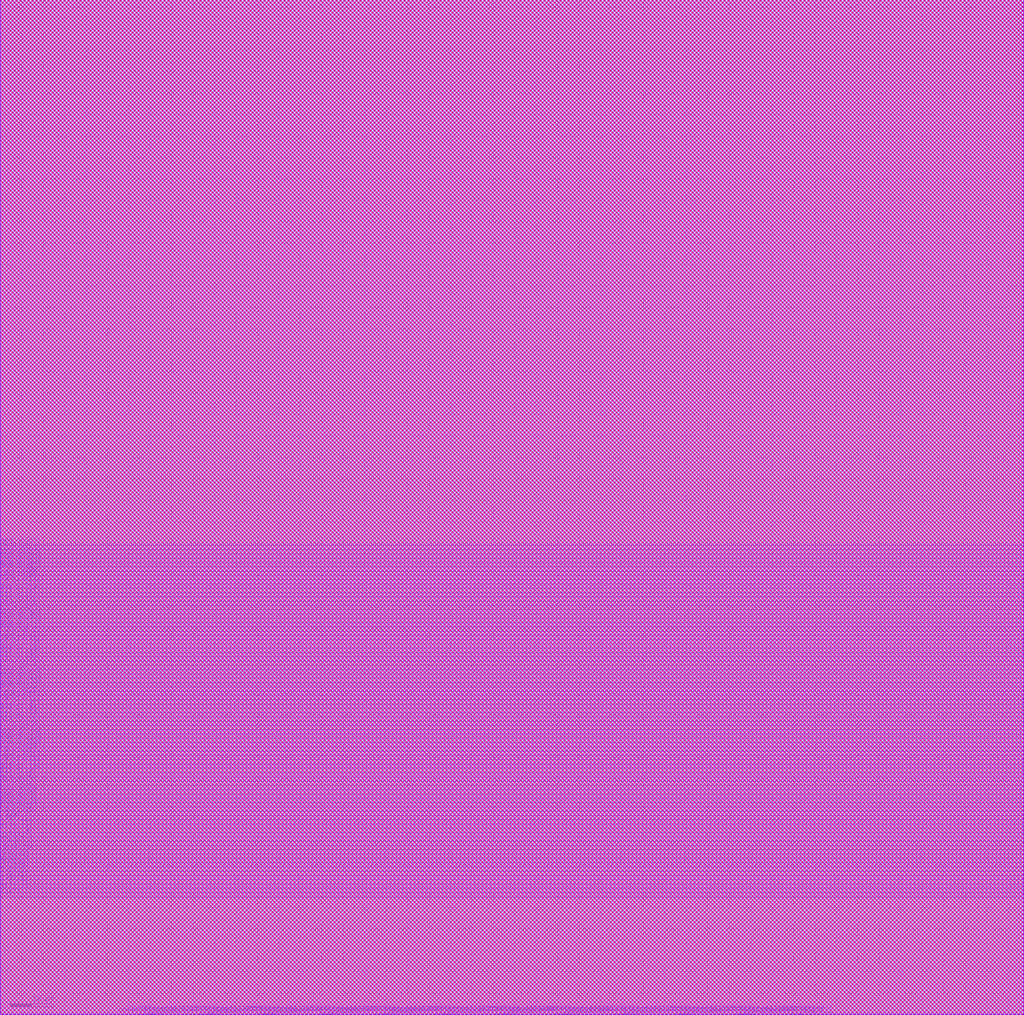
<source format=lef>
##
## LEF for PtnCells ;
## created by Innovus v15.23-s045_1 on Tue Mar  4 01:00:29 2025
##

VERSION 5.8 ;

BUSBITCHARS "[]" ;
DIVIDERCHAR "/" ;

MACRO fullchip
  CLASS BLOCK ;
  SIZE 477.4000 BY 473.6000 ;
  FOREIGN fullchip 0.0000 0.0000 ;
  ORIGIN 0 0 ;
  SYMMETRY X Y R90 ;
  PIN clk
    DIRECTION INPUT ;
    USE SIGNAL ;
    PORT
      LAYER M3 ;
        RECT 0.0000 54.9500 0.6000 55.0500 ;
    END
  END clk
  PIN mem_in[63]
    DIRECTION INPUT ;
    USE SIGNAL ;
    PORT
      LAYER M3 ;
        RECT 0.0000 218.9500 0.6000 219.0500 ;
    END
  END mem_in[63]
  PIN mem_in[62]
    DIRECTION INPUT ;
    USE SIGNAL ;
    PORT
      LAYER M3 ;
        RECT 0.0000 216.9500 0.6000 217.0500 ;
    END
  END mem_in[62]
  PIN mem_in[61]
    DIRECTION INPUT ;
    USE SIGNAL ;
    PORT
      LAYER M3 ;
        RECT 0.0000 214.9500 0.6000 215.0500 ;
    END
  END mem_in[61]
  PIN mem_in[60]
    DIRECTION INPUT ;
    USE SIGNAL ;
    PORT
      LAYER M3 ;
        RECT 0.0000 212.9500 0.6000 213.0500 ;
    END
  END mem_in[60]
  PIN mem_in[59]
    DIRECTION INPUT ;
    USE SIGNAL ;
    PORT
      LAYER M3 ;
        RECT 0.0000 210.9500 0.6000 211.0500 ;
    END
  END mem_in[59]
  PIN mem_in[58]
    DIRECTION INPUT ;
    USE SIGNAL ;
    PORT
      LAYER M3 ;
        RECT 0.0000 208.9500 0.6000 209.0500 ;
    END
  END mem_in[58]
  PIN mem_in[57]
    DIRECTION INPUT ;
    USE SIGNAL ;
    PORT
      LAYER M3 ;
        RECT 0.0000 206.9500 0.6000 207.0500 ;
    END
  END mem_in[57]
  PIN mem_in[56]
    DIRECTION INPUT ;
    USE SIGNAL ;
    PORT
      LAYER M3 ;
        RECT 0.0000 204.9500 0.6000 205.0500 ;
    END
  END mem_in[56]
  PIN mem_in[55]
    DIRECTION INPUT ;
    USE SIGNAL ;
    PORT
      LAYER M3 ;
        RECT 0.0000 202.9500 0.6000 203.0500 ;
    END
  END mem_in[55]
  PIN mem_in[54]
    DIRECTION INPUT ;
    USE SIGNAL ;
    PORT
      LAYER M3 ;
        RECT 0.0000 200.9500 0.6000 201.0500 ;
    END
  END mem_in[54]
  PIN mem_in[53]
    DIRECTION INPUT ;
    USE SIGNAL ;
    PORT
      LAYER M3 ;
        RECT 0.0000 198.9500 0.6000 199.0500 ;
    END
  END mem_in[53]
  PIN mem_in[52]
    DIRECTION INPUT ;
    USE SIGNAL ;
    PORT
      LAYER M3 ;
        RECT 0.0000 196.9500 0.6000 197.0500 ;
    END
  END mem_in[52]
  PIN mem_in[51]
    DIRECTION INPUT ;
    USE SIGNAL ;
    PORT
      LAYER M3 ;
        RECT 0.0000 194.9500 0.6000 195.0500 ;
    END
  END mem_in[51]
  PIN mem_in[50]
    DIRECTION INPUT ;
    USE SIGNAL ;
    PORT
      LAYER M3 ;
        RECT 0.0000 192.9500 0.6000 193.0500 ;
    END
  END mem_in[50]
  PIN mem_in[49]
    DIRECTION INPUT ;
    USE SIGNAL ;
    PORT
      LAYER M3 ;
        RECT 0.0000 190.9500 0.6000 191.0500 ;
    END
  END mem_in[49]
  PIN mem_in[48]
    DIRECTION INPUT ;
    USE SIGNAL ;
    PORT
      LAYER M3 ;
        RECT 0.0000 188.9500 0.6000 189.0500 ;
    END
  END mem_in[48]
  PIN mem_in[47]
    DIRECTION INPUT ;
    USE SIGNAL ;
    PORT
      LAYER M3 ;
        RECT 0.0000 186.9500 0.6000 187.0500 ;
    END
  END mem_in[47]
  PIN mem_in[46]
    DIRECTION INPUT ;
    USE SIGNAL ;
    PORT
      LAYER M3 ;
        RECT 0.0000 184.9500 0.6000 185.0500 ;
    END
  END mem_in[46]
  PIN mem_in[45]
    DIRECTION INPUT ;
    USE SIGNAL ;
    PORT
      LAYER M3 ;
        RECT 0.0000 182.9500 0.6000 183.0500 ;
    END
  END mem_in[45]
  PIN mem_in[44]
    DIRECTION INPUT ;
    USE SIGNAL ;
    PORT
      LAYER M3 ;
        RECT 0.0000 180.9500 0.6000 181.0500 ;
    END
  END mem_in[44]
  PIN mem_in[43]
    DIRECTION INPUT ;
    USE SIGNAL ;
    PORT
      LAYER M3 ;
        RECT 0.0000 178.9500 0.6000 179.0500 ;
    END
  END mem_in[43]
  PIN mem_in[42]
    DIRECTION INPUT ;
    USE SIGNAL ;
    PORT
      LAYER M3 ;
        RECT 0.0000 176.9500 0.6000 177.0500 ;
    END
  END mem_in[42]
  PIN mem_in[41]
    DIRECTION INPUT ;
    USE SIGNAL ;
    PORT
      LAYER M3 ;
        RECT 0.0000 174.9500 0.6000 175.0500 ;
    END
  END mem_in[41]
  PIN mem_in[40]
    DIRECTION INPUT ;
    USE SIGNAL ;
    PORT
      LAYER M3 ;
        RECT 0.0000 172.9500 0.6000 173.0500 ;
    END
  END mem_in[40]
  PIN mem_in[39]
    DIRECTION INPUT ;
    USE SIGNAL ;
    PORT
      LAYER M3 ;
        RECT 0.0000 170.9500 0.6000 171.0500 ;
    END
  END mem_in[39]
  PIN mem_in[38]
    DIRECTION INPUT ;
    USE SIGNAL ;
    PORT
      LAYER M3 ;
        RECT 0.0000 168.9500 0.6000 169.0500 ;
    END
  END mem_in[38]
  PIN mem_in[37]
    DIRECTION INPUT ;
    USE SIGNAL ;
    PORT
      LAYER M3 ;
        RECT 0.0000 166.9500 0.6000 167.0500 ;
    END
  END mem_in[37]
  PIN mem_in[36]
    DIRECTION INPUT ;
    USE SIGNAL ;
    PORT
      LAYER M3 ;
        RECT 0.0000 164.9500 0.6000 165.0500 ;
    END
  END mem_in[36]
  PIN mem_in[35]
    DIRECTION INPUT ;
    USE SIGNAL ;
    PORT
      LAYER M3 ;
        RECT 0.0000 162.9500 0.6000 163.0500 ;
    END
  END mem_in[35]
  PIN mem_in[34]
    DIRECTION INPUT ;
    USE SIGNAL ;
    PORT
      LAYER M3 ;
        RECT 0.0000 160.9500 0.6000 161.0500 ;
    END
  END mem_in[34]
  PIN mem_in[33]
    DIRECTION INPUT ;
    USE SIGNAL ;
    PORT
      LAYER M3 ;
        RECT 0.0000 158.9500 0.6000 159.0500 ;
    END
  END mem_in[33]
  PIN mem_in[32]
    DIRECTION INPUT ;
    USE SIGNAL ;
    PORT
      LAYER M3 ;
        RECT 0.0000 156.9500 0.6000 157.0500 ;
    END
  END mem_in[32]
  PIN mem_in[31]
    DIRECTION INPUT ;
    USE SIGNAL ;
    PORT
      LAYER M3 ;
        RECT 0.0000 154.9500 0.6000 155.0500 ;
    END
  END mem_in[31]
  PIN mem_in[30]
    DIRECTION INPUT ;
    USE SIGNAL ;
    PORT
      LAYER M3 ;
        RECT 0.0000 152.9500 0.6000 153.0500 ;
    END
  END mem_in[30]
  PIN mem_in[29]
    DIRECTION INPUT ;
    USE SIGNAL ;
    PORT
      LAYER M3 ;
        RECT 0.0000 150.9500 0.6000 151.0500 ;
    END
  END mem_in[29]
  PIN mem_in[28]
    DIRECTION INPUT ;
    USE SIGNAL ;
    PORT
      LAYER M3 ;
        RECT 0.0000 148.9500 0.6000 149.0500 ;
    END
  END mem_in[28]
  PIN mem_in[27]
    DIRECTION INPUT ;
    USE SIGNAL ;
    PORT
      LAYER M3 ;
        RECT 0.0000 146.9500 0.6000 147.0500 ;
    END
  END mem_in[27]
  PIN mem_in[26]
    DIRECTION INPUT ;
    USE SIGNAL ;
    PORT
      LAYER M3 ;
        RECT 0.0000 144.9500 0.6000 145.0500 ;
    END
  END mem_in[26]
  PIN mem_in[25]
    DIRECTION INPUT ;
    USE SIGNAL ;
    PORT
      LAYER M3 ;
        RECT 0.0000 142.9500 0.6000 143.0500 ;
    END
  END mem_in[25]
  PIN mem_in[24]
    DIRECTION INPUT ;
    USE SIGNAL ;
    PORT
      LAYER M3 ;
        RECT 0.0000 140.9500 0.6000 141.0500 ;
    END
  END mem_in[24]
  PIN mem_in[23]
    DIRECTION INPUT ;
    USE SIGNAL ;
    PORT
      LAYER M3 ;
        RECT 0.0000 138.9500 0.6000 139.0500 ;
    END
  END mem_in[23]
  PIN mem_in[22]
    DIRECTION INPUT ;
    USE SIGNAL ;
    PORT
      LAYER M3 ;
        RECT 0.0000 136.9500 0.6000 137.0500 ;
    END
  END mem_in[22]
  PIN mem_in[21]
    DIRECTION INPUT ;
    USE SIGNAL ;
    PORT
      LAYER M3 ;
        RECT 0.0000 134.9500 0.6000 135.0500 ;
    END
  END mem_in[21]
  PIN mem_in[20]
    DIRECTION INPUT ;
    USE SIGNAL ;
    PORT
      LAYER M3 ;
        RECT 0.0000 132.9500 0.6000 133.0500 ;
    END
  END mem_in[20]
  PIN mem_in[19]
    DIRECTION INPUT ;
    USE SIGNAL ;
    PORT
      LAYER M3 ;
        RECT 0.0000 130.9500 0.6000 131.0500 ;
    END
  END mem_in[19]
  PIN mem_in[18]
    DIRECTION INPUT ;
    USE SIGNAL ;
    PORT
      LAYER M3 ;
        RECT 0.0000 128.9500 0.6000 129.0500 ;
    END
  END mem_in[18]
  PIN mem_in[17]
    DIRECTION INPUT ;
    USE SIGNAL ;
    PORT
      LAYER M3 ;
        RECT 0.0000 126.9500 0.6000 127.0500 ;
    END
  END mem_in[17]
  PIN mem_in[16]
    DIRECTION INPUT ;
    USE SIGNAL ;
    PORT
      LAYER M3 ;
        RECT 0.0000 124.9500 0.6000 125.0500 ;
    END
  END mem_in[16]
  PIN mem_in[15]
    DIRECTION INPUT ;
    USE SIGNAL ;
    PORT
      LAYER M3 ;
        RECT 0.0000 122.9500 0.6000 123.0500 ;
    END
  END mem_in[15]
  PIN mem_in[14]
    DIRECTION INPUT ;
    USE SIGNAL ;
    PORT
      LAYER M3 ;
        RECT 0.0000 120.9500 0.6000 121.0500 ;
    END
  END mem_in[14]
  PIN mem_in[13]
    DIRECTION INPUT ;
    USE SIGNAL ;
    PORT
      LAYER M3 ;
        RECT 0.0000 118.9500 0.6000 119.0500 ;
    END
  END mem_in[13]
  PIN mem_in[12]
    DIRECTION INPUT ;
    USE SIGNAL ;
    PORT
      LAYER M3 ;
        RECT 0.0000 116.9500 0.6000 117.0500 ;
    END
  END mem_in[12]
  PIN mem_in[11]
    DIRECTION INPUT ;
    USE SIGNAL ;
    PORT
      LAYER M3 ;
        RECT 0.0000 114.9500 0.6000 115.0500 ;
    END
  END mem_in[11]
  PIN mem_in[10]
    DIRECTION INPUT ;
    USE SIGNAL ;
    PORT
      LAYER M3 ;
        RECT 0.0000 112.9500 0.6000 113.0500 ;
    END
  END mem_in[10]
  PIN mem_in[9]
    DIRECTION INPUT ;
    USE SIGNAL ;
    PORT
      LAYER M3 ;
        RECT 0.0000 110.9500 0.6000 111.0500 ;
    END
  END mem_in[9]
  PIN mem_in[8]
    DIRECTION INPUT ;
    USE SIGNAL ;
    PORT
      LAYER M3 ;
        RECT 0.0000 108.9500 0.6000 109.0500 ;
    END
  END mem_in[8]
  PIN mem_in[7]
    DIRECTION INPUT ;
    USE SIGNAL ;
    PORT
      LAYER M3 ;
        RECT 0.0000 106.9500 0.6000 107.0500 ;
    END
  END mem_in[7]
  PIN mem_in[6]
    DIRECTION INPUT ;
    USE SIGNAL ;
    PORT
      LAYER M3 ;
        RECT 0.0000 104.9500 0.6000 105.0500 ;
    END
  END mem_in[6]
  PIN mem_in[5]
    DIRECTION INPUT ;
    USE SIGNAL ;
    PORT
      LAYER M3 ;
        RECT 0.0000 102.9500 0.6000 103.0500 ;
    END
  END mem_in[5]
  PIN mem_in[4]
    DIRECTION INPUT ;
    USE SIGNAL ;
    PORT
      LAYER M3 ;
        RECT 0.0000 100.9500 0.6000 101.0500 ;
    END
  END mem_in[4]
  PIN mem_in[3]
    DIRECTION INPUT ;
    USE SIGNAL ;
    PORT
      LAYER M3 ;
        RECT 0.0000 98.9500 0.6000 99.0500 ;
    END
  END mem_in[3]
  PIN mem_in[2]
    DIRECTION INPUT ;
    USE SIGNAL ;
    PORT
      LAYER M3 ;
        RECT 0.0000 96.9500 0.6000 97.0500 ;
    END
  END mem_in[2]
  PIN mem_in[1]
    DIRECTION INPUT ;
    USE SIGNAL ;
    PORT
      LAYER M3 ;
        RECT 0.0000 94.9500 0.6000 95.0500 ;
    END
  END mem_in[1]
  PIN mem_in[0]
    DIRECTION INPUT ;
    USE SIGNAL ;
    PORT
      LAYER M3 ;
        RECT 0.0000 92.9500 0.6000 93.0500 ;
    END
  END mem_in[0]
  PIN inst[16]
    DIRECTION INPUT ;
    USE SIGNAL ;
    PORT
      LAYER M3 ;
        RECT 0.0000 88.9500 0.6000 89.0500 ;
    END
  END inst[16]
  PIN inst[15]
    DIRECTION INPUT ;
    USE SIGNAL ;
    PORT
      LAYER M3 ;
        RECT 0.0000 86.9500 0.6000 87.0500 ;
    END
  END inst[15]
  PIN inst[14]
    DIRECTION INPUT ;
    USE SIGNAL ;
    PORT
      LAYER M3 ;
        RECT 0.0000 84.9500 0.6000 85.0500 ;
    END
  END inst[14]
  PIN inst[13]
    DIRECTION INPUT ;
    USE SIGNAL ;
    PORT
      LAYER M3 ;
        RECT 0.0000 82.9500 0.6000 83.0500 ;
    END
  END inst[13]
  PIN inst[12]
    DIRECTION INPUT ;
    USE SIGNAL ;
    PORT
      LAYER M3 ;
        RECT 0.0000 80.9500 0.6000 81.0500 ;
    END
  END inst[12]
  PIN inst[11]
    DIRECTION INPUT ;
    USE SIGNAL ;
    PORT
      LAYER M3 ;
        RECT 0.0000 78.9500 0.6000 79.0500 ;
    END
  END inst[11]
  PIN inst[10]
    DIRECTION INPUT ;
    USE SIGNAL ;
    PORT
      LAYER M3 ;
        RECT 0.0000 76.9500 0.6000 77.0500 ;
    END
  END inst[10]
  PIN inst[9]
    DIRECTION INPUT ;
    USE SIGNAL ;
    PORT
      LAYER M3 ;
        RECT 0.0000 74.9500 0.6000 75.0500 ;
    END
  END inst[9]
  PIN inst[8]
    DIRECTION INPUT ;
    USE SIGNAL ;
    PORT
      LAYER M3 ;
        RECT 0.0000 72.9500 0.6000 73.0500 ;
    END
  END inst[8]
  PIN inst[7]
    DIRECTION INPUT ;
    USE SIGNAL ;
    PORT
      LAYER M3 ;
        RECT 0.0000 70.9500 0.6000 71.0500 ;
    END
  END inst[7]
  PIN inst[6]
    DIRECTION INPUT ;
    USE SIGNAL ;
    PORT
      LAYER M3 ;
        RECT 0.0000 68.9500 0.6000 69.0500 ;
    END
  END inst[6]
  PIN inst[5]
    DIRECTION INPUT ;
    USE SIGNAL ;
    PORT
      LAYER M3 ;
        RECT 0.0000 66.9500 0.6000 67.0500 ;
    END
  END inst[5]
  PIN inst[4]
    DIRECTION INPUT ;
    USE SIGNAL ;
    PORT
      LAYER M3 ;
        RECT 0.0000 64.9500 0.6000 65.0500 ;
    END
  END inst[4]
  PIN inst[3]
    DIRECTION INPUT ;
    USE SIGNAL ;
    PORT
      LAYER M3 ;
        RECT 0.0000 62.9500 0.6000 63.0500 ;
    END
  END inst[3]
  PIN inst[2]
    DIRECTION INPUT ;
    USE SIGNAL ;
    PORT
      LAYER M3 ;
        RECT 0.0000 60.9500 0.6000 61.0500 ;
    END
  END inst[2]
  PIN inst[1]
    DIRECTION INPUT ;
    USE SIGNAL ;
    PORT
      LAYER M3 ;
        RECT 0.0000 58.9500 0.6000 59.0500 ;
    END
  END inst[1]
  PIN inst[0]
    DIRECTION INPUT ;
    USE SIGNAL ;
    PORT
      LAYER M3 ;
        RECT 0.0000 56.9500 0.6000 57.0500 ;
    END
  END inst[0]
  PIN reset
    DIRECTION INPUT ;
    USE SIGNAL ;
    PORT
      LAYER M3 ;
        RECT 0.0000 90.9500 0.6000 91.0500 ;
    END
  END reset
  PIN out[159]
    DIRECTION OUTPUT ;
    USE SIGNAL ;
    PORT
      LAYER M2 ;
        RECT 373.0500 0.0000 373.1500 0.6000 ;
    END
  END out[159]
  PIN out[158]
    DIRECTION OUTPUT ;
    USE SIGNAL ;
    PORT
      LAYER M2 ;
        RECT 371.0500 0.0000 371.1500 0.6000 ;
    END
  END out[158]
  PIN out[157]
    DIRECTION OUTPUT ;
    USE SIGNAL ;
    PORT
      LAYER M2 ;
        RECT 369.0500 0.0000 369.1500 0.6000 ;
    END
  END out[157]
  PIN out[156]
    DIRECTION OUTPUT ;
    USE SIGNAL ;
    PORT
      LAYER M2 ;
        RECT 367.0500 0.0000 367.1500 0.6000 ;
    END
  END out[156]
  PIN out[155]
    DIRECTION OUTPUT ;
    USE SIGNAL ;
    PORT
      LAYER M2 ;
        RECT 365.0500 0.0000 365.1500 0.6000 ;
    END
  END out[155]
  PIN out[154]
    DIRECTION OUTPUT ;
    USE SIGNAL ;
    PORT
      LAYER M2 ;
        RECT 363.0500 0.0000 363.1500 0.6000 ;
    END
  END out[154]
  PIN out[153]
    DIRECTION OUTPUT ;
    USE SIGNAL ;
    PORT
      LAYER M2 ;
        RECT 361.0500 0.0000 361.1500 0.6000 ;
    END
  END out[153]
  PIN out[152]
    DIRECTION OUTPUT ;
    USE SIGNAL ;
    PORT
      LAYER M2 ;
        RECT 359.0500 0.0000 359.1500 0.6000 ;
    END
  END out[152]
  PIN out[151]
    DIRECTION OUTPUT ;
    USE SIGNAL ;
    PORT
      LAYER M2 ;
        RECT 357.0500 0.0000 357.1500 0.6000 ;
    END
  END out[151]
  PIN out[150]
    DIRECTION OUTPUT ;
    USE SIGNAL ;
    PORT
      LAYER M2 ;
        RECT 355.0500 0.0000 355.1500 0.6000 ;
    END
  END out[150]
  PIN out[149]
    DIRECTION OUTPUT ;
    USE SIGNAL ;
    PORT
      LAYER M2 ;
        RECT 353.0500 0.0000 353.1500 0.6000 ;
    END
  END out[149]
  PIN out[148]
    DIRECTION OUTPUT ;
    USE SIGNAL ;
    PORT
      LAYER M2 ;
        RECT 351.0500 0.0000 351.1500 0.6000 ;
    END
  END out[148]
  PIN out[147]
    DIRECTION OUTPUT ;
    USE SIGNAL ;
    PORT
      LAYER M2 ;
        RECT 349.0500 0.0000 349.1500 0.6000 ;
    END
  END out[147]
  PIN out[146]
    DIRECTION OUTPUT ;
    USE SIGNAL ;
    PORT
      LAYER M2 ;
        RECT 347.0500 0.0000 347.1500 0.6000 ;
    END
  END out[146]
  PIN out[145]
    DIRECTION OUTPUT ;
    USE SIGNAL ;
    PORT
      LAYER M2 ;
        RECT 345.0500 0.0000 345.1500 0.6000 ;
    END
  END out[145]
  PIN out[144]
    DIRECTION OUTPUT ;
    USE SIGNAL ;
    PORT
      LAYER M2 ;
        RECT 343.0500 0.0000 343.1500 0.6000 ;
    END
  END out[144]
  PIN out[143]
    DIRECTION OUTPUT ;
    USE SIGNAL ;
    PORT
      LAYER M2 ;
        RECT 341.0500 0.0000 341.1500 0.6000 ;
    END
  END out[143]
  PIN out[142]
    DIRECTION OUTPUT ;
    USE SIGNAL ;
    PORT
      LAYER M2 ;
        RECT 339.0500 0.0000 339.1500 0.6000 ;
    END
  END out[142]
  PIN out[141]
    DIRECTION OUTPUT ;
    USE SIGNAL ;
    PORT
      LAYER M2 ;
        RECT 337.0500 0.0000 337.1500 0.6000 ;
    END
  END out[141]
  PIN out[140]
    DIRECTION OUTPUT ;
    USE SIGNAL ;
    PORT
      LAYER M2 ;
        RECT 335.0500 0.0000 335.1500 0.6000 ;
    END
  END out[140]
  PIN out[139]
    DIRECTION OUTPUT ;
    USE SIGNAL ;
    PORT
      LAYER M2 ;
        RECT 333.0500 0.0000 333.1500 0.6000 ;
    END
  END out[139]
  PIN out[138]
    DIRECTION OUTPUT ;
    USE SIGNAL ;
    PORT
      LAYER M2 ;
        RECT 331.0500 0.0000 331.1500 0.6000 ;
    END
  END out[138]
  PIN out[137]
    DIRECTION OUTPUT ;
    USE SIGNAL ;
    PORT
      LAYER M2 ;
        RECT 329.0500 0.0000 329.1500 0.6000 ;
    END
  END out[137]
  PIN out[136]
    DIRECTION OUTPUT ;
    USE SIGNAL ;
    PORT
      LAYER M2 ;
        RECT 327.0500 0.0000 327.1500 0.6000 ;
    END
  END out[136]
  PIN out[135]
    DIRECTION OUTPUT ;
    USE SIGNAL ;
    PORT
      LAYER M2 ;
        RECT 325.0500 0.0000 325.1500 0.6000 ;
    END
  END out[135]
  PIN out[134]
    DIRECTION OUTPUT ;
    USE SIGNAL ;
    PORT
      LAYER M2 ;
        RECT 323.0500 0.0000 323.1500 0.6000 ;
    END
  END out[134]
  PIN out[133]
    DIRECTION OUTPUT ;
    USE SIGNAL ;
    PORT
      LAYER M2 ;
        RECT 321.0500 0.0000 321.1500 0.6000 ;
    END
  END out[133]
  PIN out[132]
    DIRECTION OUTPUT ;
    USE SIGNAL ;
    PORT
      LAYER M2 ;
        RECT 319.0500 0.0000 319.1500 0.6000 ;
    END
  END out[132]
  PIN out[131]
    DIRECTION OUTPUT ;
    USE SIGNAL ;
    PORT
      LAYER M2 ;
        RECT 317.0500 0.0000 317.1500 0.6000 ;
    END
  END out[131]
  PIN out[130]
    DIRECTION OUTPUT ;
    USE SIGNAL ;
    PORT
      LAYER M2 ;
        RECT 315.0500 0.0000 315.1500 0.6000 ;
    END
  END out[130]
  PIN out[129]
    DIRECTION OUTPUT ;
    USE SIGNAL ;
    PORT
      LAYER M2 ;
        RECT 313.0500 0.0000 313.1500 0.6000 ;
    END
  END out[129]
  PIN out[128]
    DIRECTION OUTPUT ;
    USE SIGNAL ;
    PORT
      LAYER M2 ;
        RECT 311.0500 0.0000 311.1500 0.6000 ;
    END
  END out[128]
  PIN out[127]
    DIRECTION OUTPUT ;
    USE SIGNAL ;
    PORT
      LAYER M2 ;
        RECT 309.0500 0.0000 309.1500 0.6000 ;
    END
  END out[127]
  PIN out[126]
    DIRECTION OUTPUT ;
    USE SIGNAL ;
    PORT
      LAYER M2 ;
        RECT 307.0500 0.0000 307.1500 0.6000 ;
    END
  END out[126]
  PIN out[125]
    DIRECTION OUTPUT ;
    USE SIGNAL ;
    PORT
      LAYER M2 ;
        RECT 305.0500 0.0000 305.1500 0.6000 ;
    END
  END out[125]
  PIN out[124]
    DIRECTION OUTPUT ;
    USE SIGNAL ;
    PORT
      LAYER M2 ;
        RECT 303.0500 0.0000 303.1500 0.6000 ;
    END
  END out[124]
  PIN out[123]
    DIRECTION OUTPUT ;
    USE SIGNAL ;
    PORT
      LAYER M2 ;
        RECT 301.0500 0.0000 301.1500 0.6000 ;
    END
  END out[123]
  PIN out[122]
    DIRECTION OUTPUT ;
    USE SIGNAL ;
    PORT
      LAYER M2 ;
        RECT 299.0500 0.0000 299.1500 0.6000 ;
    END
  END out[122]
  PIN out[121]
    DIRECTION OUTPUT ;
    USE SIGNAL ;
    PORT
      LAYER M2 ;
        RECT 297.0500 0.0000 297.1500 0.6000 ;
    END
  END out[121]
  PIN out[120]
    DIRECTION OUTPUT ;
    USE SIGNAL ;
    PORT
      LAYER M2 ;
        RECT 295.0500 0.0000 295.1500 0.6000 ;
    END
  END out[120]
  PIN out[119]
    DIRECTION OUTPUT ;
    USE SIGNAL ;
    PORT
      LAYER M2 ;
        RECT 293.0500 0.0000 293.1500 0.6000 ;
    END
  END out[119]
  PIN out[118]
    DIRECTION OUTPUT ;
    USE SIGNAL ;
    PORT
      LAYER M2 ;
        RECT 291.0500 0.0000 291.1500 0.6000 ;
    END
  END out[118]
  PIN out[117]
    DIRECTION OUTPUT ;
    USE SIGNAL ;
    PORT
      LAYER M2 ;
        RECT 289.0500 0.0000 289.1500 0.6000 ;
    END
  END out[117]
  PIN out[116]
    DIRECTION OUTPUT ;
    USE SIGNAL ;
    PORT
      LAYER M2 ;
        RECT 287.0500 0.0000 287.1500 0.6000 ;
    END
  END out[116]
  PIN out[115]
    DIRECTION OUTPUT ;
    USE SIGNAL ;
    PORT
      LAYER M2 ;
        RECT 285.0500 0.0000 285.1500 0.6000 ;
    END
  END out[115]
  PIN out[114]
    DIRECTION OUTPUT ;
    USE SIGNAL ;
    PORT
      LAYER M2 ;
        RECT 283.0500 0.0000 283.1500 0.6000 ;
    END
  END out[114]
  PIN out[113]
    DIRECTION OUTPUT ;
    USE SIGNAL ;
    PORT
      LAYER M2 ;
        RECT 281.0500 0.0000 281.1500 0.6000 ;
    END
  END out[113]
  PIN out[112]
    DIRECTION OUTPUT ;
    USE SIGNAL ;
    PORT
      LAYER M2 ;
        RECT 279.0500 0.0000 279.1500 0.6000 ;
    END
  END out[112]
  PIN out[111]
    DIRECTION OUTPUT ;
    USE SIGNAL ;
    PORT
      LAYER M2 ;
        RECT 277.0500 0.0000 277.1500 0.6000 ;
    END
  END out[111]
  PIN out[110]
    DIRECTION OUTPUT ;
    USE SIGNAL ;
    PORT
      LAYER M2 ;
        RECT 275.0500 0.0000 275.1500 0.6000 ;
    END
  END out[110]
  PIN out[109]
    DIRECTION OUTPUT ;
    USE SIGNAL ;
    PORT
      LAYER M2 ;
        RECT 273.0500 0.0000 273.1500 0.6000 ;
    END
  END out[109]
  PIN out[108]
    DIRECTION OUTPUT ;
    USE SIGNAL ;
    PORT
      LAYER M2 ;
        RECT 271.0500 0.0000 271.1500 0.6000 ;
    END
  END out[108]
  PIN out[107]
    DIRECTION OUTPUT ;
    USE SIGNAL ;
    PORT
      LAYER M2 ;
        RECT 269.0500 0.0000 269.1500 0.6000 ;
    END
  END out[107]
  PIN out[106]
    DIRECTION OUTPUT ;
    USE SIGNAL ;
    PORT
      LAYER M2 ;
        RECT 267.0500 0.0000 267.1500 0.6000 ;
    END
  END out[106]
  PIN out[105]
    DIRECTION OUTPUT ;
    USE SIGNAL ;
    PORT
      LAYER M2 ;
        RECT 265.0500 0.0000 265.1500 0.6000 ;
    END
  END out[105]
  PIN out[104]
    DIRECTION OUTPUT ;
    USE SIGNAL ;
    PORT
      LAYER M2 ;
        RECT 263.0500 0.0000 263.1500 0.6000 ;
    END
  END out[104]
  PIN out[103]
    DIRECTION OUTPUT ;
    USE SIGNAL ;
    PORT
      LAYER M2 ;
        RECT 261.0500 0.0000 261.1500 0.6000 ;
    END
  END out[103]
  PIN out[102]
    DIRECTION OUTPUT ;
    USE SIGNAL ;
    PORT
      LAYER M2 ;
        RECT 259.0500 0.0000 259.1500 0.6000 ;
    END
  END out[102]
  PIN out[101]
    DIRECTION OUTPUT ;
    USE SIGNAL ;
    PORT
      LAYER M2 ;
        RECT 257.0500 0.0000 257.1500 0.6000 ;
    END
  END out[101]
  PIN out[100]
    DIRECTION OUTPUT ;
    USE SIGNAL ;
    PORT
      LAYER M2 ;
        RECT 255.0500 0.0000 255.1500 0.6000 ;
    END
  END out[100]
  PIN out[99]
    DIRECTION OUTPUT ;
    USE SIGNAL ;
    PORT
      LAYER M2 ;
        RECT 253.0500 0.0000 253.1500 0.6000 ;
    END
  END out[99]
  PIN out[98]
    DIRECTION OUTPUT ;
    USE SIGNAL ;
    PORT
      LAYER M2 ;
        RECT 251.0500 0.0000 251.1500 0.6000 ;
    END
  END out[98]
  PIN out[97]
    DIRECTION OUTPUT ;
    USE SIGNAL ;
    PORT
      LAYER M2 ;
        RECT 249.0500 0.0000 249.1500 0.6000 ;
    END
  END out[97]
  PIN out[96]
    DIRECTION OUTPUT ;
    USE SIGNAL ;
    PORT
      LAYER M2 ;
        RECT 247.0500 0.0000 247.1500 0.6000 ;
    END
  END out[96]
  PIN out[95]
    DIRECTION OUTPUT ;
    USE SIGNAL ;
    PORT
      LAYER M2 ;
        RECT 245.0500 0.0000 245.1500 0.6000 ;
    END
  END out[95]
  PIN out[94]
    DIRECTION OUTPUT ;
    USE SIGNAL ;
    PORT
      LAYER M2 ;
        RECT 243.0500 0.0000 243.1500 0.6000 ;
    END
  END out[94]
  PIN out[93]
    DIRECTION OUTPUT ;
    USE SIGNAL ;
    PORT
      LAYER M2 ;
        RECT 241.0500 0.0000 241.1500 0.6000 ;
    END
  END out[93]
  PIN out[92]
    DIRECTION OUTPUT ;
    USE SIGNAL ;
    PORT
      LAYER M2 ;
        RECT 239.0500 0.0000 239.1500 0.6000 ;
    END
  END out[92]
  PIN out[91]
    DIRECTION OUTPUT ;
    USE SIGNAL ;
    PORT
      LAYER M2 ;
        RECT 237.0500 0.0000 237.1500 0.6000 ;
    END
  END out[91]
  PIN out[90]
    DIRECTION OUTPUT ;
    USE SIGNAL ;
    PORT
      LAYER M2 ;
        RECT 235.0500 0.0000 235.1500 0.6000 ;
    END
  END out[90]
  PIN out[89]
    DIRECTION OUTPUT ;
    USE SIGNAL ;
    PORT
      LAYER M2 ;
        RECT 233.0500 0.0000 233.1500 0.6000 ;
    END
  END out[89]
  PIN out[88]
    DIRECTION OUTPUT ;
    USE SIGNAL ;
    PORT
      LAYER M2 ;
        RECT 231.0500 0.0000 231.1500 0.6000 ;
    END
  END out[88]
  PIN out[87]
    DIRECTION OUTPUT ;
    USE SIGNAL ;
    PORT
      LAYER M2 ;
        RECT 229.0500 0.0000 229.1500 0.6000 ;
    END
  END out[87]
  PIN out[86]
    DIRECTION OUTPUT ;
    USE SIGNAL ;
    PORT
      LAYER M2 ;
        RECT 227.0500 0.0000 227.1500 0.6000 ;
    END
  END out[86]
  PIN out[85]
    DIRECTION OUTPUT ;
    USE SIGNAL ;
    PORT
      LAYER M2 ;
        RECT 225.0500 0.0000 225.1500 0.6000 ;
    END
  END out[85]
  PIN out[84]
    DIRECTION OUTPUT ;
    USE SIGNAL ;
    PORT
      LAYER M2 ;
        RECT 223.0500 0.0000 223.1500 0.6000 ;
    END
  END out[84]
  PIN out[83]
    DIRECTION OUTPUT ;
    USE SIGNAL ;
    PORT
      LAYER M2 ;
        RECT 221.0500 0.0000 221.1500 0.6000 ;
    END
  END out[83]
  PIN out[82]
    DIRECTION OUTPUT ;
    USE SIGNAL ;
    PORT
      LAYER M2 ;
        RECT 219.0500 0.0000 219.1500 0.6000 ;
    END
  END out[82]
  PIN out[81]
    DIRECTION OUTPUT ;
    USE SIGNAL ;
    PORT
      LAYER M2 ;
        RECT 217.0500 0.0000 217.1500 0.6000 ;
    END
  END out[81]
  PIN out[80]
    DIRECTION OUTPUT ;
    USE SIGNAL ;
    PORT
      LAYER M2 ;
        RECT 215.0500 0.0000 215.1500 0.6000 ;
    END
  END out[80]
  PIN out[79]
    DIRECTION OUTPUT ;
    USE SIGNAL ;
    PORT
      LAYER M2 ;
        RECT 213.0500 0.0000 213.1500 0.6000 ;
    END
  END out[79]
  PIN out[78]
    DIRECTION OUTPUT ;
    USE SIGNAL ;
    PORT
      LAYER M2 ;
        RECT 211.0500 0.0000 211.1500 0.6000 ;
    END
  END out[78]
  PIN out[77]
    DIRECTION OUTPUT ;
    USE SIGNAL ;
    PORT
      LAYER M2 ;
        RECT 209.0500 0.0000 209.1500 0.6000 ;
    END
  END out[77]
  PIN out[76]
    DIRECTION OUTPUT ;
    USE SIGNAL ;
    PORT
      LAYER M2 ;
        RECT 207.0500 0.0000 207.1500 0.6000 ;
    END
  END out[76]
  PIN out[75]
    DIRECTION OUTPUT ;
    USE SIGNAL ;
    PORT
      LAYER M2 ;
        RECT 205.0500 0.0000 205.1500 0.6000 ;
    END
  END out[75]
  PIN out[74]
    DIRECTION OUTPUT ;
    USE SIGNAL ;
    PORT
      LAYER M2 ;
        RECT 203.0500 0.0000 203.1500 0.6000 ;
    END
  END out[74]
  PIN out[73]
    DIRECTION OUTPUT ;
    USE SIGNAL ;
    PORT
      LAYER M2 ;
        RECT 201.0500 0.0000 201.1500 0.6000 ;
    END
  END out[73]
  PIN out[72]
    DIRECTION OUTPUT ;
    USE SIGNAL ;
    PORT
      LAYER M2 ;
        RECT 199.0500 0.0000 199.1500 0.6000 ;
    END
  END out[72]
  PIN out[71]
    DIRECTION OUTPUT ;
    USE SIGNAL ;
    PORT
      LAYER M2 ;
        RECT 197.0500 0.0000 197.1500 0.6000 ;
    END
  END out[71]
  PIN out[70]
    DIRECTION OUTPUT ;
    USE SIGNAL ;
    PORT
      LAYER M2 ;
        RECT 195.0500 0.0000 195.1500 0.6000 ;
    END
  END out[70]
  PIN out[69]
    DIRECTION OUTPUT ;
    USE SIGNAL ;
    PORT
      LAYER M2 ;
        RECT 193.0500 0.0000 193.1500 0.6000 ;
    END
  END out[69]
  PIN out[68]
    DIRECTION OUTPUT ;
    USE SIGNAL ;
    PORT
      LAYER M2 ;
        RECT 191.0500 0.0000 191.1500 0.6000 ;
    END
  END out[68]
  PIN out[67]
    DIRECTION OUTPUT ;
    USE SIGNAL ;
    PORT
      LAYER M2 ;
        RECT 189.0500 0.0000 189.1500 0.6000 ;
    END
  END out[67]
  PIN out[66]
    DIRECTION OUTPUT ;
    USE SIGNAL ;
    PORT
      LAYER M2 ;
        RECT 187.0500 0.0000 187.1500 0.6000 ;
    END
  END out[66]
  PIN out[65]
    DIRECTION OUTPUT ;
    USE SIGNAL ;
    PORT
      LAYER M2 ;
        RECT 185.0500 0.0000 185.1500 0.6000 ;
    END
  END out[65]
  PIN out[64]
    DIRECTION OUTPUT ;
    USE SIGNAL ;
    PORT
      LAYER M2 ;
        RECT 183.0500 0.0000 183.1500 0.6000 ;
    END
  END out[64]
  PIN out[63]
    DIRECTION OUTPUT ;
    USE SIGNAL ;
    PORT
      LAYER M2 ;
        RECT 181.0500 0.0000 181.1500 0.6000 ;
    END
  END out[63]
  PIN out[62]
    DIRECTION OUTPUT ;
    USE SIGNAL ;
    PORT
      LAYER M2 ;
        RECT 179.0500 0.0000 179.1500 0.6000 ;
    END
  END out[62]
  PIN out[61]
    DIRECTION OUTPUT ;
    USE SIGNAL ;
    PORT
      LAYER M2 ;
        RECT 177.0500 0.0000 177.1500 0.6000 ;
    END
  END out[61]
  PIN out[60]
    DIRECTION OUTPUT ;
    USE SIGNAL ;
    PORT
      LAYER M2 ;
        RECT 175.0500 0.0000 175.1500 0.6000 ;
    END
  END out[60]
  PIN out[59]
    DIRECTION OUTPUT ;
    USE SIGNAL ;
    PORT
      LAYER M2 ;
        RECT 173.0500 0.0000 173.1500 0.6000 ;
    END
  END out[59]
  PIN out[58]
    DIRECTION OUTPUT ;
    USE SIGNAL ;
    PORT
      LAYER M2 ;
        RECT 171.0500 0.0000 171.1500 0.6000 ;
    END
  END out[58]
  PIN out[57]
    DIRECTION OUTPUT ;
    USE SIGNAL ;
    PORT
      LAYER M2 ;
        RECT 169.0500 0.0000 169.1500 0.6000 ;
    END
  END out[57]
  PIN out[56]
    DIRECTION OUTPUT ;
    USE SIGNAL ;
    PORT
      LAYER M2 ;
        RECT 167.0500 0.0000 167.1500 0.6000 ;
    END
  END out[56]
  PIN out[55]
    DIRECTION OUTPUT ;
    USE SIGNAL ;
    PORT
      LAYER M2 ;
        RECT 165.0500 0.0000 165.1500 0.6000 ;
    END
  END out[55]
  PIN out[54]
    DIRECTION OUTPUT ;
    USE SIGNAL ;
    PORT
      LAYER M2 ;
        RECT 163.0500 0.0000 163.1500 0.6000 ;
    END
  END out[54]
  PIN out[53]
    DIRECTION OUTPUT ;
    USE SIGNAL ;
    PORT
      LAYER M2 ;
        RECT 161.0500 0.0000 161.1500 0.6000 ;
    END
  END out[53]
  PIN out[52]
    DIRECTION OUTPUT ;
    USE SIGNAL ;
    PORT
      LAYER M2 ;
        RECT 159.0500 0.0000 159.1500 0.6000 ;
    END
  END out[52]
  PIN out[51]
    DIRECTION OUTPUT ;
    USE SIGNAL ;
    PORT
      LAYER M2 ;
        RECT 157.0500 0.0000 157.1500 0.6000 ;
    END
  END out[51]
  PIN out[50]
    DIRECTION OUTPUT ;
    USE SIGNAL ;
    PORT
      LAYER M2 ;
        RECT 155.0500 0.0000 155.1500 0.6000 ;
    END
  END out[50]
  PIN out[49]
    DIRECTION OUTPUT ;
    USE SIGNAL ;
    PORT
      LAYER M2 ;
        RECT 153.0500 0.0000 153.1500 0.6000 ;
    END
  END out[49]
  PIN out[48]
    DIRECTION OUTPUT ;
    USE SIGNAL ;
    PORT
      LAYER M2 ;
        RECT 151.0500 0.0000 151.1500 0.6000 ;
    END
  END out[48]
  PIN out[47]
    DIRECTION OUTPUT ;
    USE SIGNAL ;
    PORT
      LAYER M2 ;
        RECT 149.0500 0.0000 149.1500 0.6000 ;
    END
  END out[47]
  PIN out[46]
    DIRECTION OUTPUT ;
    USE SIGNAL ;
    PORT
      LAYER M2 ;
        RECT 147.0500 0.0000 147.1500 0.6000 ;
    END
  END out[46]
  PIN out[45]
    DIRECTION OUTPUT ;
    USE SIGNAL ;
    PORT
      LAYER M2 ;
        RECT 145.0500 0.0000 145.1500 0.6000 ;
    END
  END out[45]
  PIN out[44]
    DIRECTION OUTPUT ;
    USE SIGNAL ;
    PORT
      LAYER M2 ;
        RECT 143.0500 0.0000 143.1500 0.6000 ;
    END
  END out[44]
  PIN out[43]
    DIRECTION OUTPUT ;
    USE SIGNAL ;
    PORT
      LAYER M2 ;
        RECT 141.0500 0.0000 141.1500 0.6000 ;
    END
  END out[43]
  PIN out[42]
    DIRECTION OUTPUT ;
    USE SIGNAL ;
    PORT
      LAYER M2 ;
        RECT 139.0500 0.0000 139.1500 0.6000 ;
    END
  END out[42]
  PIN out[41]
    DIRECTION OUTPUT ;
    USE SIGNAL ;
    PORT
      LAYER M2 ;
        RECT 137.0500 0.0000 137.1500 0.6000 ;
    END
  END out[41]
  PIN out[40]
    DIRECTION OUTPUT ;
    USE SIGNAL ;
    PORT
      LAYER M2 ;
        RECT 135.0500 0.0000 135.1500 0.6000 ;
    END
  END out[40]
  PIN out[39]
    DIRECTION OUTPUT ;
    USE SIGNAL ;
    PORT
      LAYER M2 ;
        RECT 133.0500 0.0000 133.1500 0.6000 ;
    END
  END out[39]
  PIN out[38]
    DIRECTION OUTPUT ;
    USE SIGNAL ;
    PORT
      LAYER M2 ;
        RECT 131.0500 0.0000 131.1500 0.6000 ;
    END
  END out[38]
  PIN out[37]
    DIRECTION OUTPUT ;
    USE SIGNAL ;
    PORT
      LAYER M2 ;
        RECT 129.0500 0.0000 129.1500 0.6000 ;
    END
  END out[37]
  PIN out[36]
    DIRECTION OUTPUT ;
    USE SIGNAL ;
    PORT
      LAYER M2 ;
        RECT 127.0500 0.0000 127.1500 0.6000 ;
    END
  END out[36]
  PIN out[35]
    DIRECTION OUTPUT ;
    USE SIGNAL ;
    PORT
      LAYER M2 ;
        RECT 125.0500 0.0000 125.1500 0.6000 ;
    END
  END out[35]
  PIN out[34]
    DIRECTION OUTPUT ;
    USE SIGNAL ;
    PORT
      LAYER M2 ;
        RECT 123.0500 0.0000 123.1500 0.6000 ;
    END
  END out[34]
  PIN out[33]
    DIRECTION OUTPUT ;
    USE SIGNAL ;
    PORT
      LAYER M2 ;
        RECT 121.0500 0.0000 121.1500 0.6000 ;
    END
  END out[33]
  PIN out[32]
    DIRECTION OUTPUT ;
    USE SIGNAL ;
    PORT
      LAYER M2 ;
        RECT 119.0500 0.0000 119.1500 0.6000 ;
    END
  END out[32]
  PIN out[31]
    DIRECTION OUTPUT ;
    USE SIGNAL ;
    PORT
      LAYER M2 ;
        RECT 117.0500 0.0000 117.1500 0.6000 ;
    END
  END out[31]
  PIN out[30]
    DIRECTION OUTPUT ;
    USE SIGNAL ;
    PORT
      LAYER M2 ;
        RECT 115.0500 0.0000 115.1500 0.6000 ;
    END
  END out[30]
  PIN out[29]
    DIRECTION OUTPUT ;
    USE SIGNAL ;
    PORT
      LAYER M2 ;
        RECT 113.0500 0.0000 113.1500 0.6000 ;
    END
  END out[29]
  PIN out[28]
    DIRECTION OUTPUT ;
    USE SIGNAL ;
    PORT
      LAYER M2 ;
        RECT 111.0500 0.0000 111.1500 0.6000 ;
    END
  END out[28]
  PIN out[27]
    DIRECTION OUTPUT ;
    USE SIGNAL ;
    PORT
      LAYER M2 ;
        RECT 109.0500 0.0000 109.1500 0.6000 ;
    END
  END out[27]
  PIN out[26]
    DIRECTION OUTPUT ;
    USE SIGNAL ;
    PORT
      LAYER M2 ;
        RECT 107.0500 0.0000 107.1500 0.6000 ;
    END
  END out[26]
  PIN out[25]
    DIRECTION OUTPUT ;
    USE SIGNAL ;
    PORT
      LAYER M2 ;
        RECT 105.0500 0.0000 105.1500 0.6000 ;
    END
  END out[25]
  PIN out[24]
    DIRECTION OUTPUT ;
    USE SIGNAL ;
    PORT
      LAYER M2 ;
        RECT 103.0500 0.0000 103.1500 0.6000 ;
    END
  END out[24]
  PIN out[23]
    DIRECTION OUTPUT ;
    USE SIGNAL ;
    PORT
      LAYER M2 ;
        RECT 101.0500 0.0000 101.1500 0.6000 ;
    END
  END out[23]
  PIN out[22]
    DIRECTION OUTPUT ;
    USE SIGNAL ;
    PORT
      LAYER M2 ;
        RECT 99.0500 0.0000 99.1500 0.6000 ;
    END
  END out[22]
  PIN out[21]
    DIRECTION OUTPUT ;
    USE SIGNAL ;
    PORT
      LAYER M2 ;
        RECT 97.0500 0.0000 97.1500 0.6000 ;
    END
  END out[21]
  PIN out[20]
    DIRECTION OUTPUT ;
    USE SIGNAL ;
    PORT
      LAYER M2 ;
        RECT 95.0500 0.0000 95.1500 0.6000 ;
    END
  END out[20]
  PIN out[19]
    DIRECTION OUTPUT ;
    USE SIGNAL ;
    PORT
      LAYER M2 ;
        RECT 93.0500 0.0000 93.1500 0.6000 ;
    END
  END out[19]
  PIN out[18]
    DIRECTION OUTPUT ;
    USE SIGNAL ;
    PORT
      LAYER M2 ;
        RECT 91.0500 0.0000 91.1500 0.6000 ;
    END
  END out[18]
  PIN out[17]
    DIRECTION OUTPUT ;
    USE SIGNAL ;
    PORT
      LAYER M2 ;
        RECT 89.0500 0.0000 89.1500 0.6000 ;
    END
  END out[17]
  PIN out[16]
    DIRECTION OUTPUT ;
    USE SIGNAL ;
    PORT
      LAYER M2 ;
        RECT 87.0500 0.0000 87.1500 0.6000 ;
    END
  END out[16]
  PIN out[15]
    DIRECTION OUTPUT ;
    USE SIGNAL ;
    PORT
      LAYER M2 ;
        RECT 85.0500 0.0000 85.1500 0.6000 ;
    END
  END out[15]
  PIN out[14]
    DIRECTION OUTPUT ;
    USE SIGNAL ;
    PORT
      LAYER M2 ;
        RECT 83.0500 0.0000 83.1500 0.6000 ;
    END
  END out[14]
  PIN out[13]
    DIRECTION OUTPUT ;
    USE SIGNAL ;
    PORT
      LAYER M2 ;
        RECT 81.0500 0.0000 81.1500 0.6000 ;
    END
  END out[13]
  PIN out[12]
    DIRECTION OUTPUT ;
    USE SIGNAL ;
    PORT
      LAYER M2 ;
        RECT 79.0500 0.0000 79.1500 0.6000 ;
    END
  END out[12]
  PIN out[11]
    DIRECTION OUTPUT ;
    USE SIGNAL ;
    PORT
      LAYER M2 ;
        RECT 77.0500 0.0000 77.1500 0.6000 ;
    END
  END out[11]
  PIN out[10]
    DIRECTION OUTPUT ;
    USE SIGNAL ;
    PORT
      LAYER M2 ;
        RECT 75.0500 0.0000 75.1500 0.6000 ;
    END
  END out[10]
  PIN out[9]
    DIRECTION OUTPUT ;
    USE SIGNAL ;
    PORT
      LAYER M2 ;
        RECT 73.0500 0.0000 73.1500 0.6000 ;
    END
  END out[9]
  PIN out[8]
    DIRECTION OUTPUT ;
    USE SIGNAL ;
    PORT
      LAYER M2 ;
        RECT 71.0500 0.0000 71.1500 0.6000 ;
    END
  END out[8]
  PIN out[7]
    DIRECTION OUTPUT ;
    USE SIGNAL ;
    PORT
      LAYER M2 ;
        RECT 69.0500 0.0000 69.1500 0.6000 ;
    END
  END out[7]
  PIN out[6]
    DIRECTION OUTPUT ;
    USE SIGNAL ;
    PORT
      LAYER M2 ;
        RECT 67.0500 0.0000 67.1500 0.6000 ;
    END
  END out[6]
  PIN out[5]
    DIRECTION OUTPUT ;
    USE SIGNAL ;
    PORT
      LAYER M2 ;
        RECT 65.0500 0.0000 65.1500 0.6000 ;
    END
  END out[5]
  PIN out[4]
    DIRECTION OUTPUT ;
    USE SIGNAL ;
    PORT
      LAYER M2 ;
        RECT 63.0500 0.0000 63.1500 0.6000 ;
    END
  END out[4]
  PIN out[3]
    DIRECTION OUTPUT ;
    USE SIGNAL ;
    PORT
      LAYER M2 ;
        RECT 61.0500 0.0000 61.1500 0.6000 ;
    END
  END out[3]
  PIN out[2]
    DIRECTION OUTPUT ;
    USE SIGNAL ;
    PORT
      LAYER M2 ;
        RECT 59.0500 0.0000 59.1500 0.6000 ;
    END
  END out[2]
  PIN out[1]
    DIRECTION OUTPUT ;
    USE SIGNAL ;
    PORT
      LAYER M2 ;
        RECT 57.0500 0.0000 57.1500 0.6000 ;
    END
  END out[1]
  PIN out[0]
    DIRECTION OUTPUT ;
    USE SIGNAL ;
    PORT
      LAYER M2 ;
        RECT 55.0500 0.0000 55.1500 0.6000 ;
    END
  END out[0]
  OBS
    LAYER M1 ;
      RECT 0.0000 0.0000 477.4000 473.6000 ;
    LAYER M2 ;
      RECT 0.0000 0.7000 477.4000 473.6000 ;
      RECT 373.2500 0.0000 477.4000 0.7000 ;
      RECT 371.2500 0.0000 372.9500 0.7000 ;
      RECT 369.2500 0.0000 370.9500 0.7000 ;
      RECT 367.2500 0.0000 368.9500 0.7000 ;
      RECT 365.2500 0.0000 366.9500 0.7000 ;
      RECT 363.2500 0.0000 364.9500 0.7000 ;
      RECT 361.2500 0.0000 362.9500 0.7000 ;
      RECT 359.2500 0.0000 360.9500 0.7000 ;
      RECT 357.2500 0.0000 358.9500 0.7000 ;
      RECT 355.2500 0.0000 356.9500 0.7000 ;
      RECT 353.2500 0.0000 354.9500 0.7000 ;
      RECT 351.2500 0.0000 352.9500 0.7000 ;
      RECT 349.2500 0.0000 350.9500 0.7000 ;
      RECT 347.2500 0.0000 348.9500 0.7000 ;
      RECT 345.2500 0.0000 346.9500 0.7000 ;
      RECT 343.2500 0.0000 344.9500 0.7000 ;
      RECT 341.2500 0.0000 342.9500 0.7000 ;
      RECT 339.2500 0.0000 340.9500 0.7000 ;
      RECT 337.2500 0.0000 338.9500 0.7000 ;
      RECT 335.2500 0.0000 336.9500 0.7000 ;
      RECT 333.2500 0.0000 334.9500 0.7000 ;
      RECT 331.2500 0.0000 332.9500 0.7000 ;
      RECT 329.2500 0.0000 330.9500 0.7000 ;
      RECT 327.2500 0.0000 328.9500 0.7000 ;
      RECT 325.2500 0.0000 326.9500 0.7000 ;
      RECT 323.2500 0.0000 324.9500 0.7000 ;
      RECT 321.2500 0.0000 322.9500 0.7000 ;
      RECT 319.2500 0.0000 320.9500 0.7000 ;
      RECT 317.2500 0.0000 318.9500 0.7000 ;
      RECT 315.2500 0.0000 316.9500 0.7000 ;
      RECT 313.2500 0.0000 314.9500 0.7000 ;
      RECT 311.2500 0.0000 312.9500 0.7000 ;
      RECT 309.2500 0.0000 310.9500 0.7000 ;
      RECT 307.2500 0.0000 308.9500 0.7000 ;
      RECT 305.2500 0.0000 306.9500 0.7000 ;
      RECT 303.2500 0.0000 304.9500 0.7000 ;
      RECT 301.2500 0.0000 302.9500 0.7000 ;
      RECT 299.2500 0.0000 300.9500 0.7000 ;
      RECT 297.2500 0.0000 298.9500 0.7000 ;
      RECT 295.2500 0.0000 296.9500 0.7000 ;
      RECT 293.2500 0.0000 294.9500 0.7000 ;
      RECT 291.2500 0.0000 292.9500 0.7000 ;
      RECT 289.2500 0.0000 290.9500 0.7000 ;
      RECT 287.2500 0.0000 288.9500 0.7000 ;
      RECT 285.2500 0.0000 286.9500 0.7000 ;
      RECT 283.2500 0.0000 284.9500 0.7000 ;
      RECT 281.2500 0.0000 282.9500 0.7000 ;
      RECT 279.2500 0.0000 280.9500 0.7000 ;
      RECT 277.2500 0.0000 278.9500 0.7000 ;
      RECT 275.2500 0.0000 276.9500 0.7000 ;
      RECT 273.2500 0.0000 274.9500 0.7000 ;
      RECT 271.2500 0.0000 272.9500 0.7000 ;
      RECT 269.2500 0.0000 270.9500 0.7000 ;
      RECT 267.2500 0.0000 268.9500 0.7000 ;
      RECT 265.2500 0.0000 266.9500 0.7000 ;
      RECT 263.2500 0.0000 264.9500 0.7000 ;
      RECT 261.2500 0.0000 262.9500 0.7000 ;
      RECT 259.2500 0.0000 260.9500 0.7000 ;
      RECT 257.2500 0.0000 258.9500 0.7000 ;
      RECT 255.2500 0.0000 256.9500 0.7000 ;
      RECT 253.2500 0.0000 254.9500 0.7000 ;
      RECT 251.2500 0.0000 252.9500 0.7000 ;
      RECT 249.2500 0.0000 250.9500 0.7000 ;
      RECT 247.2500 0.0000 248.9500 0.7000 ;
      RECT 245.2500 0.0000 246.9500 0.7000 ;
      RECT 243.2500 0.0000 244.9500 0.7000 ;
      RECT 241.2500 0.0000 242.9500 0.7000 ;
      RECT 239.2500 0.0000 240.9500 0.7000 ;
      RECT 237.2500 0.0000 238.9500 0.7000 ;
      RECT 235.2500 0.0000 236.9500 0.7000 ;
      RECT 233.2500 0.0000 234.9500 0.7000 ;
      RECT 231.2500 0.0000 232.9500 0.7000 ;
      RECT 229.2500 0.0000 230.9500 0.7000 ;
      RECT 227.2500 0.0000 228.9500 0.7000 ;
      RECT 225.2500 0.0000 226.9500 0.7000 ;
      RECT 223.2500 0.0000 224.9500 0.7000 ;
      RECT 221.2500 0.0000 222.9500 0.7000 ;
      RECT 219.2500 0.0000 220.9500 0.7000 ;
      RECT 217.2500 0.0000 218.9500 0.7000 ;
      RECT 215.2500 0.0000 216.9500 0.7000 ;
      RECT 213.2500 0.0000 214.9500 0.7000 ;
      RECT 211.2500 0.0000 212.9500 0.7000 ;
      RECT 209.2500 0.0000 210.9500 0.7000 ;
      RECT 207.2500 0.0000 208.9500 0.7000 ;
      RECT 205.2500 0.0000 206.9500 0.7000 ;
      RECT 203.2500 0.0000 204.9500 0.7000 ;
      RECT 201.2500 0.0000 202.9500 0.7000 ;
      RECT 199.2500 0.0000 200.9500 0.7000 ;
      RECT 197.2500 0.0000 198.9500 0.7000 ;
      RECT 195.2500 0.0000 196.9500 0.7000 ;
      RECT 193.2500 0.0000 194.9500 0.7000 ;
      RECT 191.2500 0.0000 192.9500 0.7000 ;
      RECT 189.2500 0.0000 190.9500 0.7000 ;
      RECT 187.2500 0.0000 188.9500 0.7000 ;
      RECT 185.2500 0.0000 186.9500 0.7000 ;
      RECT 183.2500 0.0000 184.9500 0.7000 ;
      RECT 181.2500 0.0000 182.9500 0.7000 ;
      RECT 179.2500 0.0000 180.9500 0.7000 ;
      RECT 177.2500 0.0000 178.9500 0.7000 ;
      RECT 175.2500 0.0000 176.9500 0.7000 ;
      RECT 173.2500 0.0000 174.9500 0.7000 ;
      RECT 171.2500 0.0000 172.9500 0.7000 ;
      RECT 169.2500 0.0000 170.9500 0.7000 ;
      RECT 167.2500 0.0000 168.9500 0.7000 ;
      RECT 165.2500 0.0000 166.9500 0.7000 ;
      RECT 163.2500 0.0000 164.9500 0.7000 ;
      RECT 161.2500 0.0000 162.9500 0.7000 ;
      RECT 159.2500 0.0000 160.9500 0.7000 ;
      RECT 157.2500 0.0000 158.9500 0.7000 ;
      RECT 155.2500 0.0000 156.9500 0.7000 ;
      RECT 153.2500 0.0000 154.9500 0.7000 ;
      RECT 151.2500 0.0000 152.9500 0.7000 ;
      RECT 149.2500 0.0000 150.9500 0.7000 ;
      RECT 147.2500 0.0000 148.9500 0.7000 ;
      RECT 145.2500 0.0000 146.9500 0.7000 ;
      RECT 143.2500 0.0000 144.9500 0.7000 ;
      RECT 141.2500 0.0000 142.9500 0.7000 ;
      RECT 139.2500 0.0000 140.9500 0.7000 ;
      RECT 137.2500 0.0000 138.9500 0.7000 ;
      RECT 135.2500 0.0000 136.9500 0.7000 ;
      RECT 133.2500 0.0000 134.9500 0.7000 ;
      RECT 131.2500 0.0000 132.9500 0.7000 ;
      RECT 129.2500 0.0000 130.9500 0.7000 ;
      RECT 127.2500 0.0000 128.9500 0.7000 ;
      RECT 125.2500 0.0000 126.9500 0.7000 ;
      RECT 123.2500 0.0000 124.9500 0.7000 ;
      RECT 121.2500 0.0000 122.9500 0.7000 ;
      RECT 119.2500 0.0000 120.9500 0.7000 ;
      RECT 117.2500 0.0000 118.9500 0.7000 ;
      RECT 115.2500 0.0000 116.9500 0.7000 ;
      RECT 113.2500 0.0000 114.9500 0.7000 ;
      RECT 111.2500 0.0000 112.9500 0.7000 ;
      RECT 109.2500 0.0000 110.9500 0.7000 ;
      RECT 107.2500 0.0000 108.9500 0.7000 ;
      RECT 105.2500 0.0000 106.9500 0.7000 ;
      RECT 103.2500 0.0000 104.9500 0.7000 ;
      RECT 101.2500 0.0000 102.9500 0.7000 ;
      RECT 99.2500 0.0000 100.9500 0.7000 ;
      RECT 97.2500 0.0000 98.9500 0.7000 ;
      RECT 95.2500 0.0000 96.9500 0.7000 ;
      RECT 93.2500 0.0000 94.9500 0.7000 ;
      RECT 91.2500 0.0000 92.9500 0.7000 ;
      RECT 89.2500 0.0000 90.9500 0.7000 ;
      RECT 87.2500 0.0000 88.9500 0.7000 ;
      RECT 85.2500 0.0000 86.9500 0.7000 ;
      RECT 83.2500 0.0000 84.9500 0.7000 ;
      RECT 81.2500 0.0000 82.9500 0.7000 ;
      RECT 79.2500 0.0000 80.9500 0.7000 ;
      RECT 77.2500 0.0000 78.9500 0.7000 ;
      RECT 75.2500 0.0000 76.9500 0.7000 ;
      RECT 73.2500 0.0000 74.9500 0.7000 ;
      RECT 71.2500 0.0000 72.9500 0.7000 ;
      RECT 69.2500 0.0000 70.9500 0.7000 ;
      RECT 67.2500 0.0000 68.9500 0.7000 ;
      RECT 65.2500 0.0000 66.9500 0.7000 ;
      RECT 63.2500 0.0000 64.9500 0.7000 ;
      RECT 61.2500 0.0000 62.9500 0.7000 ;
      RECT 59.2500 0.0000 60.9500 0.7000 ;
      RECT 57.2500 0.0000 58.9500 0.7000 ;
      RECT 55.2500 0.0000 56.9500 0.7000 ;
      RECT 0.0000 0.0000 54.9500 0.7000 ;
    LAYER M3 ;
      RECT 0.0000 219.1500 477.4000 473.6000 ;
      RECT 0.7000 218.8500 477.4000 219.1500 ;
      RECT 0.0000 217.1500 477.4000 218.8500 ;
      RECT 0.7000 216.8500 477.4000 217.1500 ;
      RECT 0.0000 215.1500 477.4000 216.8500 ;
      RECT 0.7000 214.8500 477.4000 215.1500 ;
      RECT 0.0000 213.1500 477.4000 214.8500 ;
      RECT 0.7000 212.8500 477.4000 213.1500 ;
      RECT 0.0000 211.1500 477.4000 212.8500 ;
      RECT 0.7000 210.8500 477.4000 211.1500 ;
      RECT 0.0000 209.1500 477.4000 210.8500 ;
      RECT 0.7000 208.8500 477.4000 209.1500 ;
      RECT 0.0000 207.1500 477.4000 208.8500 ;
      RECT 0.7000 206.8500 477.4000 207.1500 ;
      RECT 0.0000 205.1500 477.4000 206.8500 ;
      RECT 0.7000 204.8500 477.4000 205.1500 ;
      RECT 0.0000 203.1500 477.4000 204.8500 ;
      RECT 0.7000 202.8500 477.4000 203.1500 ;
      RECT 0.0000 201.1500 477.4000 202.8500 ;
      RECT 0.7000 200.8500 477.4000 201.1500 ;
      RECT 0.0000 199.1500 477.4000 200.8500 ;
      RECT 0.7000 198.8500 477.4000 199.1500 ;
      RECT 0.0000 197.1500 477.4000 198.8500 ;
      RECT 0.7000 196.8500 477.4000 197.1500 ;
      RECT 0.0000 195.1500 477.4000 196.8500 ;
      RECT 0.7000 194.8500 477.4000 195.1500 ;
      RECT 0.0000 193.1500 477.4000 194.8500 ;
      RECT 0.7000 192.8500 477.4000 193.1500 ;
      RECT 0.0000 191.1500 477.4000 192.8500 ;
      RECT 0.7000 190.8500 477.4000 191.1500 ;
      RECT 0.0000 189.1500 477.4000 190.8500 ;
      RECT 0.7000 188.8500 477.4000 189.1500 ;
      RECT 0.0000 187.1500 477.4000 188.8500 ;
      RECT 0.7000 186.8500 477.4000 187.1500 ;
      RECT 0.0000 185.1500 477.4000 186.8500 ;
      RECT 0.7000 184.8500 477.4000 185.1500 ;
      RECT 0.0000 183.1500 477.4000 184.8500 ;
      RECT 0.7000 182.8500 477.4000 183.1500 ;
      RECT 0.0000 181.1500 477.4000 182.8500 ;
      RECT 0.7000 180.8500 477.4000 181.1500 ;
      RECT 0.0000 179.1500 477.4000 180.8500 ;
      RECT 0.7000 178.8500 477.4000 179.1500 ;
      RECT 0.0000 177.1500 477.4000 178.8500 ;
      RECT 0.7000 176.8500 477.4000 177.1500 ;
      RECT 0.0000 175.1500 477.4000 176.8500 ;
      RECT 0.7000 174.8500 477.4000 175.1500 ;
      RECT 0.0000 173.1500 477.4000 174.8500 ;
      RECT 0.7000 172.8500 477.4000 173.1500 ;
      RECT 0.0000 171.1500 477.4000 172.8500 ;
      RECT 0.7000 170.8500 477.4000 171.1500 ;
      RECT 0.0000 169.1500 477.4000 170.8500 ;
      RECT 0.7000 168.8500 477.4000 169.1500 ;
      RECT 0.0000 167.1500 477.4000 168.8500 ;
      RECT 0.7000 166.8500 477.4000 167.1500 ;
      RECT 0.0000 165.1500 477.4000 166.8500 ;
      RECT 0.7000 164.8500 477.4000 165.1500 ;
      RECT 0.0000 163.1500 477.4000 164.8500 ;
      RECT 0.7000 162.8500 477.4000 163.1500 ;
      RECT 0.0000 161.1500 477.4000 162.8500 ;
      RECT 0.7000 160.8500 477.4000 161.1500 ;
      RECT 0.0000 159.1500 477.4000 160.8500 ;
      RECT 0.7000 158.8500 477.4000 159.1500 ;
      RECT 0.0000 157.1500 477.4000 158.8500 ;
      RECT 0.7000 156.8500 477.4000 157.1500 ;
      RECT 0.0000 155.1500 477.4000 156.8500 ;
      RECT 0.7000 154.8500 477.4000 155.1500 ;
      RECT 0.0000 153.1500 477.4000 154.8500 ;
      RECT 0.7000 152.8500 477.4000 153.1500 ;
      RECT 0.0000 151.1500 477.4000 152.8500 ;
      RECT 0.7000 150.8500 477.4000 151.1500 ;
      RECT 0.0000 149.1500 477.4000 150.8500 ;
      RECT 0.7000 148.8500 477.4000 149.1500 ;
      RECT 0.0000 147.1500 477.4000 148.8500 ;
      RECT 0.7000 146.8500 477.4000 147.1500 ;
      RECT 0.0000 145.1500 477.4000 146.8500 ;
      RECT 0.7000 144.8500 477.4000 145.1500 ;
      RECT 0.0000 143.1500 477.4000 144.8500 ;
      RECT 0.7000 142.8500 477.4000 143.1500 ;
      RECT 0.0000 141.1500 477.4000 142.8500 ;
      RECT 0.7000 140.8500 477.4000 141.1500 ;
      RECT 0.0000 139.1500 477.4000 140.8500 ;
      RECT 0.7000 138.8500 477.4000 139.1500 ;
      RECT 0.0000 137.1500 477.4000 138.8500 ;
      RECT 0.7000 136.8500 477.4000 137.1500 ;
      RECT 0.0000 135.1500 477.4000 136.8500 ;
      RECT 0.7000 134.8500 477.4000 135.1500 ;
      RECT 0.0000 133.1500 477.4000 134.8500 ;
      RECT 0.7000 132.8500 477.4000 133.1500 ;
      RECT 0.0000 131.1500 477.4000 132.8500 ;
      RECT 0.7000 130.8500 477.4000 131.1500 ;
      RECT 0.0000 129.1500 477.4000 130.8500 ;
      RECT 0.7000 128.8500 477.4000 129.1500 ;
      RECT 0.0000 127.1500 477.4000 128.8500 ;
      RECT 0.7000 126.8500 477.4000 127.1500 ;
      RECT 0.0000 125.1500 477.4000 126.8500 ;
      RECT 0.7000 124.8500 477.4000 125.1500 ;
      RECT 0.0000 123.1500 477.4000 124.8500 ;
      RECT 0.7000 122.8500 477.4000 123.1500 ;
      RECT 0.0000 121.1500 477.4000 122.8500 ;
      RECT 0.7000 120.8500 477.4000 121.1500 ;
      RECT 0.0000 119.1500 477.4000 120.8500 ;
      RECT 0.7000 118.8500 477.4000 119.1500 ;
      RECT 0.0000 117.1500 477.4000 118.8500 ;
      RECT 0.7000 116.8500 477.4000 117.1500 ;
      RECT 0.0000 115.1500 477.4000 116.8500 ;
      RECT 0.7000 114.8500 477.4000 115.1500 ;
      RECT 0.0000 113.1500 477.4000 114.8500 ;
      RECT 0.7000 112.8500 477.4000 113.1500 ;
      RECT 0.0000 111.1500 477.4000 112.8500 ;
      RECT 0.7000 110.8500 477.4000 111.1500 ;
      RECT 0.0000 109.1500 477.4000 110.8500 ;
      RECT 0.7000 108.8500 477.4000 109.1500 ;
      RECT 0.0000 107.1500 477.4000 108.8500 ;
      RECT 0.7000 106.8500 477.4000 107.1500 ;
      RECT 0.0000 105.1500 477.4000 106.8500 ;
      RECT 0.7000 104.8500 477.4000 105.1500 ;
      RECT 0.0000 103.1500 477.4000 104.8500 ;
      RECT 0.7000 102.8500 477.4000 103.1500 ;
      RECT 0.0000 101.1500 477.4000 102.8500 ;
      RECT 0.7000 100.8500 477.4000 101.1500 ;
      RECT 0.0000 99.1500 477.4000 100.8500 ;
      RECT 0.7000 98.8500 477.4000 99.1500 ;
      RECT 0.0000 97.1500 477.4000 98.8500 ;
      RECT 0.7000 96.8500 477.4000 97.1500 ;
      RECT 0.0000 95.1500 477.4000 96.8500 ;
      RECT 0.7000 94.8500 477.4000 95.1500 ;
      RECT 0.0000 93.1500 477.4000 94.8500 ;
      RECT 0.7000 92.8500 477.4000 93.1500 ;
      RECT 0.0000 91.1500 477.4000 92.8500 ;
      RECT 0.7000 90.8500 477.4000 91.1500 ;
      RECT 0.0000 89.1500 477.4000 90.8500 ;
      RECT 0.7000 88.8500 477.4000 89.1500 ;
      RECT 0.0000 87.1500 477.4000 88.8500 ;
      RECT 0.7000 86.8500 477.4000 87.1500 ;
      RECT 0.0000 85.1500 477.4000 86.8500 ;
      RECT 0.7000 84.8500 477.4000 85.1500 ;
      RECT 0.0000 83.1500 477.4000 84.8500 ;
      RECT 0.7000 82.8500 477.4000 83.1500 ;
      RECT 0.0000 81.1500 477.4000 82.8500 ;
      RECT 0.7000 80.8500 477.4000 81.1500 ;
      RECT 0.0000 79.1500 477.4000 80.8500 ;
      RECT 0.7000 78.8500 477.4000 79.1500 ;
      RECT 0.0000 77.1500 477.4000 78.8500 ;
      RECT 0.7000 76.8500 477.4000 77.1500 ;
      RECT 0.0000 75.1500 477.4000 76.8500 ;
      RECT 0.7000 74.8500 477.4000 75.1500 ;
      RECT 0.0000 73.1500 477.4000 74.8500 ;
      RECT 0.7000 72.8500 477.4000 73.1500 ;
      RECT 0.0000 71.1500 477.4000 72.8500 ;
      RECT 0.7000 70.8500 477.4000 71.1500 ;
      RECT 0.0000 69.1500 477.4000 70.8500 ;
      RECT 0.7000 68.8500 477.4000 69.1500 ;
      RECT 0.0000 67.1500 477.4000 68.8500 ;
      RECT 0.7000 66.8500 477.4000 67.1500 ;
      RECT 0.0000 65.1500 477.4000 66.8500 ;
      RECT 0.7000 64.8500 477.4000 65.1500 ;
      RECT 0.0000 63.1500 477.4000 64.8500 ;
      RECT 0.7000 62.8500 477.4000 63.1500 ;
      RECT 0.0000 61.1500 477.4000 62.8500 ;
      RECT 0.7000 60.8500 477.4000 61.1500 ;
      RECT 0.0000 59.1500 477.4000 60.8500 ;
      RECT 0.7000 58.8500 477.4000 59.1500 ;
      RECT 0.0000 57.1500 477.4000 58.8500 ;
      RECT 0.7000 56.8500 477.4000 57.1500 ;
      RECT 0.0000 55.1500 477.4000 56.8500 ;
      RECT 0.7000 54.8500 477.4000 55.1500 ;
      RECT 0.0000 0.0000 477.4000 54.8500 ;
    LAYER M4 ;
      RECT 0.0000 0.0000 477.4000 473.6000 ;
    LAYER M5 ;
      RECT 0.0000 0.0000 477.4000 473.6000 ;
    LAYER M6 ;
      RECT 0.0000 0.0000 477.4000 473.6000 ;
    LAYER M7 ;
      RECT 0.0000 0.0000 477.4000 473.6000 ;
    LAYER M8 ;
      RECT 0.0000 0.0000 477.4000 473.6000 ;
  END
END fullchip

END LIBRARY

</source>
